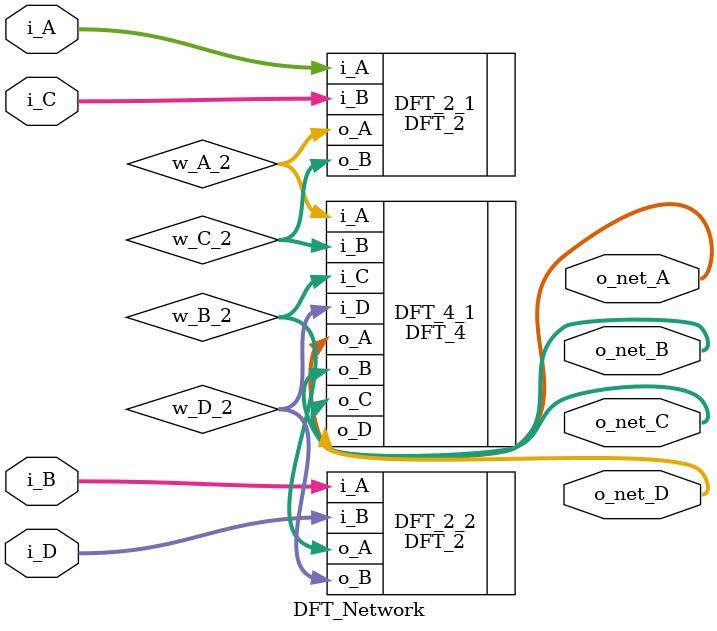
<source format=v>
module DFT_Network #(parameter WORD_SZ = 16) (
	i_A,
	i_B,
	i_C,
	i_D,
	o_net_A,
	o_net_B,
	o_net_C,
	o_net_D
);

// Definition of ports
input wire [WORD_SZ-1:0] i_A, i_B, i_C, i_D;
output wire [WORD_SZ-1:0] o_net_A, o_net_B, o_net_C, o_net_D;

// Parameters
parameter word_size = 16;


// First layer of 2-point DFT's

// Wires for connecting outputs of current layer
// to inputs of next layer
wire [WORD_SZ-1:0] w_A_2, w_B_2, w_C_2, w_D_2;

DFT_2 #(.WORD_SZ(word_size)) DFT_2_1 (
	.i_A (i_A),
	.i_B (i_C),
	.o_A (w_A_2),
	.o_B (w_C_2)
);

DFT_2 #(.WORD_SZ(word_size)) DFT_2_2 (
	.i_A (i_B),
	.i_B (i_D),
	.o_A (w_B_2),
	.o_B (w_D_2)
);

// Second layer of 4-point DFT's
DFT_4 #(.WORD_SZ(word_size)) DFT_4_1 (
	.i_A (w_A_2),
	.i_B (w_C_2),
	.i_C (w_B_2),
	.i_D (w_D_2),
	.o_A (o_net_A),
	.o_B (o_net_B),
	.o_C (o_net_C),
	.o_D (o_net_D)
);

endmodule

</source>
